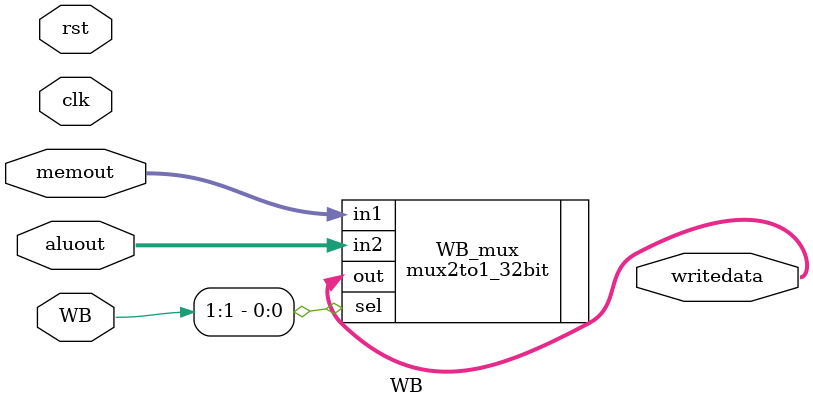
<source format=sv>
`include "Defines.svh"
`include "IDInstDef.svh"
`include "mux2to1_32bit.sv"
`include "delay_FF_32bit.sv"



module WB(
    //AXU new add
    input clk, rst,
    input [1:0] WB,                 //WB[1]=MemtoReg,WB[0]=regwrite 
    input [31:0] memout, aluout,
    output logic [31:0] writedata
    //output logic regwrite
);

mux2to1_32bit WB_mux(
    .in1(memout),
    .in2(aluout),
    .sel(WB[1]),
    .out(writedata)
);

endmodule







</source>
